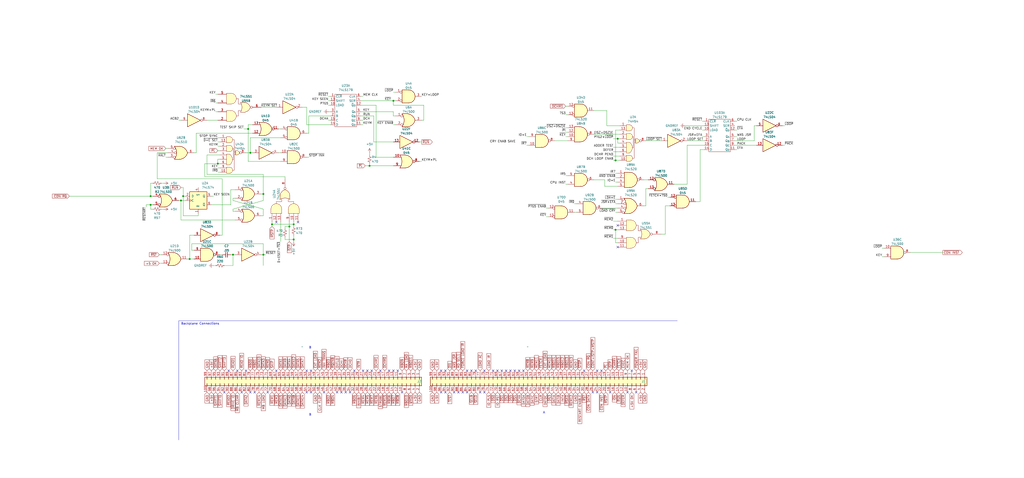
<source format=kicad_sch>
(kicad_sch (version 20230121) (generator eeschema)
  (paper "User" 599.999 280.01)
  (junction (at 230.505 59.055))
  (junction (at 172.085 140.335))
  (junction (at 154.305 113.665))
  (junction (at 146.685 89.535))
  (junction (at 361.95 81.28))
  (junction (at 154.305 149.225))
  (junction (at 360.68 134.62))
  (junction (at 360.68 93.98))
  (junction (at 136.525 149.225))
  (junction (at 88.265 114.935))
  (junction (at 159.385 131.445))
  (junction (at 88.265 120.015))
  (junction (at 169.545 132.715))
  (junction (at 216.535 97.155))
  (junction (at 172.085 131.445))
  (junction (at 111.125 151.765))
  (junction (at 127.635 95.885))
  (junction (at 145.415 75.565))
  (junction (at 107.315 114.935))
  (junction (at 106.045 117.475))
  (no_connect (at 361.95 132.08))
  (no_connect (at 361.95 144.78))
  (no_connect (at 174.625 130.175))
  (no_connect (at 161.925 130.175))
  (no_connect (at 260.985 217.17))
  (no_connect (at 370.205 217.17))
  (no_connect (at 304.165 217.17))
  (no_connect (at 299.085 217.17))
  (no_connect (at 144.145 217.17))
  (no_connect (at 352.425 217.17))
  (no_connect (at 301.625 217.17))
  (no_connect (at 131.445 229.87))
  (no_connect (at 197.485 229.87))
  (no_connect (at 273.685 217.17))
  (no_connect (at 179.705 229.87))
  (no_connect (at 367.665 229.87))
  (no_connect (at 268.605 229.87))
  (no_connect (at 207.645 217.17))
  (no_connect (at 217.805 217.17))
  (no_connect (at 276.225 217.17))
  (no_connect (at 139.065 217.17))
  (no_connect (at 271.145 229.87))
  (no_connect (at 294.005 217.17))
  (no_connect (at 273.685 229.87))
  (no_connect (at 349.885 217.17))
  (no_connect (at 258.445 229.87))
  (no_connect (at 349.885 229.87))
  (no_connect (at 156.845 229.87))
  (no_connect (at 146.685 229.87))
  (no_connect (at 291.465 217.17))
  (no_connect (at 182.245 217.17))
  (no_connect (at 283.845 217.17))
  (no_connect (at 227.965 217.17))
  (no_connect (at 278.765 217.17))
  (no_connect (at 233.045 217.17))
  (no_connect (at 347.345 229.87))
  (no_connect (at 283.845 229.87))
  (no_connect (at 182.245 229.87))
  (no_connect (at 222.885 217.17))
  (no_connect (at 205.105 229.87))
  (no_connect (at 161.925 217.17))
  (no_connect (at 296.545 217.17))
  (no_connect (at 202.565 229.87))
  (no_connect (at 288.925 217.17))
  (no_connect (at 342.265 217.17))
  (no_connect (at 266.065 229.87))
  (no_connect (at 281.305 229.87))
  (no_connect (at 212.725 217.17))
  (no_connect (at 149.225 229.87))
  (no_connect (at 230.505 217.17))
  (no_connect (at 189.865 229.87))
  (no_connect (at 372.745 229.87))
  (no_connect (at 200.025 229.87))
  (no_connect (at 357.505 229.87))
  (no_connect (at 235.585 229.87))
  (no_connect (at 260.985 229.87))
  (no_connect (at 179.705 217.17))
  (no_connect (at 306.705 217.17))
  (no_connect (at 258.445 217.17))
  (no_connect (at 141.605 229.87))
  (no_connect (at 215.265 217.17))
  (no_connect (at 133.985 217.17))
  (wire (pts (xy 211.455 59.055) (xy 230.505 59.055)))
  (wire (pts (xy 120.015 95.885) (xy 127.635 95.885)))
  (wire (pts (xy 172.085 130.175) (xy 172.085 131.445)))
  (wire (pts (xy 167.005 103.505) (xy 167.005 104.775)))
  (wire (pts (xy 136.525 122.555) (xy 154.305 117.475)))
  (wire (pts (xy 126.365 65.405) (xy 127.635 65.405)))
  (wire (pts (xy 120.015 103.505) (xy 167.005 103.505)))
  (wire (pts (xy 106.045 109.855) (xy 107.315 109.855)))
  (wire (pts (xy 219.075 83.185) (xy 230.505 83.185)))
  (wire (pts (xy 410.21 87.63) (xy 410.21 118.11)))
  (wire (pts (xy 230.505 59.055) (xy 230.505 61.595)))
  (wire (pts (xy 127.635 85.725) (xy 128.905 85.725)))
  (wire (pts (xy 379.73 105.41) (xy 377.19 105.41)))
  (wire (pts (xy 180.975 67.945) (xy 193.675 67.945)))
  (wire (pts (xy 211.455 61.595) (xy 220.345 61.595)))
  (wire (pts (xy 97.155 86.995) (xy 98.425 86.995)))
  (wire (pts (xy 411.48 76.2) (xy 412.75 76.2)))
  (wire (pts (xy 412.75 87.63) (xy 410.21 87.63)))
  (wire (pts (xy 361.95 83.82) (xy 363.22 83.82)))
  (wire (pts (xy 130.175 104.775) (xy 92.075 104.775)))
  (wire (pts (xy 230.505 53.975) (xy 231.775 53.975)))
  (wire (pts (xy 113.665 137.795) (xy 111.125 137.795)))
  (wire (pts (xy 361.95 81.28) (xy 361.95 83.82)))
  (wire (pts (xy 136.525 116.205) (xy 137.795 116.205)))
  (wire (pts (xy 142.875 75.565) (xy 145.415 75.565)))
  (wire (pts (xy 360.68 142.24) (xy 361.95 142.24)))
  (wire (pts (xy 154.305 113.665) (xy 154.305 117.475)))
  (wire (pts (xy 136.525 155.575) (xy 136.525 149.225)))
  (wire (pts (xy 85.725 121.285) (xy 85.725 120.015)))
  (wire (pts (xy 360.68 116.84) (xy 361.95 116.84)))
  (wire (pts (xy 111.125 137.795) (xy 111.125 151.765)))
  (wire (pts (xy 106.045 117.475) (xy 106.045 128.905)))
  (wire (pts (xy 331.47 77.47) (xy 332.74 77.47)))
  (wire (pts (xy 331.47 62.23) (xy 332.74 62.23)))
  (wire (pts (xy 431.8 71.12) (xy 430.53 71.12)))
  (wire (pts (xy 516.89 145.415) (xy 518.16 145.415)))
  (wire (pts (xy 363.22 78.74) (xy 347.98 78.74)))
  (wire (pts (xy 85.725 120.015) (xy 88.265 120.015)))
  (wire (pts (xy 136.525 117.475) (xy 136.525 116.205)))
  (wire (pts (xy 167.005 133.985) (xy 167.005 132.715)))
  (wire (pts (xy 441.96 82.55) (xy 441.96 73.66)))
  (wire (pts (xy 109.855 151.765) (xy 111.125 151.765)))
  (wire (pts (xy 107.315 109.855) (xy 107.315 114.935)))
  (wire (pts (xy 359.41 86.36) (xy 363.22 86.36)))
  (wire (pts (xy 211.455 65.405) (xy 230.505 65.405)))
  (wire (pts (xy 94.615 122.555) (xy 95.885 122.555)))
  (wire (pts (xy 363.22 76.2) (xy 360.68 76.2)))
  (wire (pts (xy 40.64 114.935) (xy 88.265 114.935)))
  (wire (pts (xy 104.775 117.475) (xy 106.045 117.475)))
  (wire (pts (xy 359.41 139.7) (xy 361.95 139.7)))
  (wire (pts (xy 92.075 89.535) (xy 98.425 89.535)))
  (wire (pts (xy 116.205 126.365) (xy 107.315 126.365)))
  (wire (pts (xy 93.345 154.305) (xy 94.615 154.305)))
  (wire (pts (xy 154.305 142.875) (xy 112.395 142.875)))
  (wire (pts (xy 412.75 85.09) (xy 402.59 85.09)))
  (wire (pts (xy 247.015 83.185) (xy 245.745 83.185)))
  (wire (pts (xy 359.41 129.54) (xy 361.95 129.54)))
  (wire (pts (xy 308.61 80.01) (xy 309.88 80.01)))
  (wire (pts (xy 127.635 95.885) (xy 128.905 95.885)))
  (wire (pts (xy 360.68 119.38) (xy 361.95 119.38)))
  (wire (pts (xy 161.925 62.865) (xy 153.035 62.865)))
  (wire (pts (xy 164.465 89.535) (xy 163.195 89.535)))
  (wire (pts (xy 402.59 85.09) (xy 402.59 107.95)))
  (wire (pts (xy 219.075 67.945) (xy 219.075 83.185)))
  (wire (pts (xy 159.385 131.445) (xy 159.385 130.175)))
  (wire (pts (xy 153.035 126.365) (xy 154.305 126.365)))
  (wire (pts (xy 169.545 141.605) (xy 169.545 132.715)))
  (wire (pts (xy 131.445 155.575) (xy 136.525 155.575)))
  (wire (pts (xy 336.55 119.38) (xy 337.82 119.38)))
  (wire (pts (xy 230.505 59.055) (xy 231.775 59.055)))
  (wire (pts (xy 212.725 70.485) (xy 211.455 70.485)))
  (wire (pts (xy 180.975 92.075) (xy 179.705 92.075)))
  (wire (pts (xy 108.585 117.475) (xy 106.045 117.475)))
  (wire (pts (xy 359.41 134.62) (xy 360.68 134.62)))
  (wire (pts (xy 192.405 61.595) (xy 193.675 61.595)))
  (wire (pts (xy 154.305 142.875) (xy 154.305 149.225)))
  (wire (pts (xy 248.285 70.485) (xy 247.015 70.485)))
  (wire (pts (xy 378.46 120.65) (xy 378.46 110.49)))
  (wire (pts (xy 179.705 73.025) (xy 179.705 62.865)))
  (wire (pts (xy 361.95 81.28) (xy 363.22 81.28)))
  (wire (pts (xy 169.545 132.715) (xy 169.545 130.175)))
  (wire (pts (xy 179.705 62.865) (xy 177.165 62.865)))
  (wire (pts (xy 401.32 73.66) (xy 412.75 73.66)))
  (wire (pts (xy 360.68 101.6) (xy 361.95 101.6)))
  (wire (pts (xy 377.19 120.65) (xy 378.46 120.65)))
  (wire (pts (xy 212.725 56.515) (xy 211.455 56.515)))
  (wire (pts (xy 172.085 140.335) (xy 172.085 137.795)))
  (wire (pts (xy 359.41 93.98) (xy 360.68 93.98)))
  (wire (pts (xy 89.535 114.935) (xy 88.265 114.935)))
  (wire (pts (xy 230.505 61.595) (xy 248.285 61.595)))
  (wire (pts (xy 121.285 70.485) (xy 127.635 70.485)))
  (wire (pts (xy 126.365 55.245) (xy 127.635 55.245)))
  (wire (pts (xy 128.905 149.225) (xy 130.175 149.225)))
  (wire (pts (xy 92.075 104.775) (xy 92.075 89.535)))
  (wire (pts (xy 128.905 93.345) (xy 127.635 93.345)))
  (wire (pts (xy 387.35 137.16) (xy 389.89 137.16)))
  (wire (pts (xy 331.47 80.01) (xy 332.74 80.01)))
  (wire (pts (xy 179.705 78.105) (xy 180.975 78.105)))
  (wire (pts (xy 154.305 122.555) (xy 154.305 126.365)))
  (wire (pts (xy 402.59 107.95) (xy 394.97 107.95)))
  (wire (pts (xy 331.47 67.31) (xy 332.74 67.31)))
  (wire (pts (xy 127.635 100.965) (xy 128.905 100.965)))
  (wire (pts (xy 94.615 107.315) (xy 95.885 107.315)))
  (wire (pts (xy 331.47 102.87) (xy 332.74 102.87)))
  (wire (pts (xy 154.305 122.555) (xy 136.525 117.475)))
  (wire (pts (xy 135.255 149.225) (xy 136.525 149.225)))
  (wire (pts (xy 146.685 89.535) (xy 147.955 89.535)))
  (wire (pts (xy 88.265 120.015) (xy 89.535 120.015)))
  (wire (pts (xy 431.8 87.63) (xy 430.53 87.63)))
  (wire (pts (xy 127.635 83.185) (xy 128.905 83.185)))
  (wire (pts (xy 248.285 61.595) (xy 248.285 70.485)))
  (wire (pts (xy 431.8 76.2) (xy 430.53 76.2)))
  (wire (pts (xy 126.365 60.325) (xy 127.635 60.325)))
  (wire (pts (xy 154.305 149.225) (xy 153.035 149.225)))
  (wire (pts (xy 107.315 114.935) (xy 108.585 114.935)))
  (wire (pts (xy 320.04 121.92) (xy 321.31 121.92)))
  (wire (pts (xy 88.265 107.315) (xy 89.535 107.315)))
  (wire (pts (xy 411.48 80.01) (xy 412.75 80.01)))
  (wire (pts (xy 172.085 131.445) (xy 159.385 131.445)))
  (wire (pts (xy 172.085 141.605) (xy 172.085 140.335)))
  (wire (pts (xy 430.53 85.09) (xy 443.23 85.09)))
  (wire (pts (xy 359.41 91.44) (xy 363.22 91.44)))
  (wire (pts (xy 120.015 95.885) (xy 120.015 103.505)))
  (wire (pts (xy 135.255 120.015) (xy 135.255 111.125)))
  (wire (pts (xy 441.96 73.66) (xy 443.23 73.66)))
  (wire (pts (xy 114.935 78.105) (xy 114.935 89.535)))
  (wire (pts (xy 123.825 120.015) (xy 135.255 120.015)))
  (wire (pts (xy 360.68 93.98) (xy 363.22 93.98)))
  (wire (pts (xy 354.33 105.41) (xy 354.33 109.22)))
  (wire (pts (xy 220.345 92.075) (xy 230.505 92.075)))
  (wire (pts (xy 230.505 65.405) (xy 230.505 67.945)))
  (wire (pts (xy 359.41 88.9) (xy 363.22 88.9)))
  (wire (pts (xy 88.265 114.935) (xy 88.265 107.315)))
  (wire (pts (xy 154.305 102.235) (xy 154.305 113.665)))
  (wire (pts (xy 360.68 76.2) (xy 360.68 93.98)))
  (wire (pts (xy 216.535 89.535) (xy 216.535 90.805)))
  (wire (pts (xy 193.675 73.025) (xy 179.705 73.025)))
  (wire (pts (xy 212.725 73.025) (xy 211.455 73.025)))
  (wire (pts (xy 106.045 128.905) (xy 137.795 128.905)))
  (wire (pts (xy 402.59 82.55) (xy 412.75 82.55)))
  (wire (pts (xy 430.53 82.55) (xy 441.96 82.55)))
  (wire (pts (xy 111.125 151.765) (xy 113.665 151.765)))
  (wire (pts (xy 121.285 102.235) (xy 154.305 102.235)))
  (wire (pts (xy 128.905 90.805) (xy 121.285 90.805)))
  (wire (pts (xy 104.775 70.485) (xy 106.045 70.485)))
  (wire (pts (xy 136.525 149.225) (xy 137.795 149.225)))
  (wire (pts (xy 431.8 80.01) (xy 430.53 80.01)))
  (wire (pts (xy 163.195 75.565) (xy 164.465 75.565)))
  (wire (pts (xy 331.47 74.93) (xy 332.74 74.93)))
  (wire (pts (xy 167.005 139.065) (xy 167.005 140.335)))
  (wire (pts (xy 154.305 113.665) (xy 153.035 113.665)))
  (wire (pts (xy 89.535 122.555) (xy 88.265 122.555)))
  (wire (pts (xy 145.415 73.025) (xy 147.955 73.025)))
  (polyline (pts (xy 104.775 257.81) (xy 104.775 187.96)))
  (wire (pts (xy 192.405 56.515) (xy 193.675 56.515)))
  (wire (pts (xy 116.205 125.095) (xy 116.205 126.365)))
  (wire (pts (xy 332.74 82.55) (xy 325.12 82.55)))
  (wire (pts (xy 137.795 123.825) (xy 136.525 123.825)))
  (wire (pts (xy 127.635 80.645) (xy 128.905 80.645)))
  (wire (pts (xy 459.74 85.09) (xy 458.47 85.09)))
  (wire (pts (xy 552.45 147.955) (xy 533.4 147.955)))
  (wire (pts (xy 97.155 92.075) (xy 98.425 92.075)))
  (wire (pts (xy 144.145 89.535) (xy 146.685 89.535)))
  (wire (pts (xy 320.04 127) (xy 321.31 127)))
  (wire (pts (xy 128.905 137.795) (xy 130.175 137.795)))
  (wire (pts (xy 359.41 81.28) (xy 361.95 81.28)))
  (wire (pts (xy 93.345 149.225) (xy 94.615 149.225)))
  (polyline (pts (xy 104.775 187.96) (xy 396.875 187.96)))
  (wire (pts (xy 410.21 118.11) (xy 407.67 118.11)))
  (wire (pts (xy 112.395 146.685) (xy 113.665 146.685)))
  (wire (pts (xy 360.68 104.14) (xy 361.95 104.14)))
  (wire (pts (xy 130.175 104.775) (xy 130.175 137.795)))
  (wire (pts (xy 127.635 98.425) (xy 128.905 98.425)))
  (wire (pts (xy 147.955 78.105) (xy 114.935 78.105)))
  (wire (pts (xy 516.89 150.495) (xy 518.16 150.495)))
  (wire (pts (xy 355.6 73.66) (xy 363.22 73.66)))
  (wire (pts (xy 360.68 106.68) (xy 361.95 106.68)))
  (wire (pts (xy 112.395 142.875) (xy 112.395 146.685)))
  (wire (pts (xy 411.48 71.12) (xy 412.75 71.12)))
  (wire (pts (xy 167.005 132.715) (xy 169.545 132.715)))
  (wire (pts (xy 121.285 90.805) (xy 121.285 102.235)))
  (wire (pts (xy 125.095 155.575) (xy 126.365 155.575)))
  (wire (pts (xy 378.46 110.49) (xy 379.73 110.49)))
  (wire (pts (xy 180.975 78.105) (xy 180.975 67.945)))
  (wire (pts (xy 459.74 73.66) (xy 458.47 73.66)))
  (wire (pts (xy 389.89 137.16) (xy 389.89 120.65)))
  (wire (pts (xy 146.685 80.645) (xy 146.685 89.535)))
  (wire (pts (xy 127.635 93.345) (xy 127.635 95.885)))
  (wire (pts (xy 88.265 122.555) (xy 88.265 120.015)))
  (wire (pts (xy 220.345 61.595) (xy 220.345 92.075)))
  (wire (pts (xy 192.405 65.405) (xy 193.675 65.405)))
  (wire (pts (xy 154.305 149.225) (xy 154.305 155.575)))
  (wire (pts (xy 159.385 132.715) (xy 159.385 131.445)))
  (wire (pts (xy 192.405 59.055) (xy 193.675 59.055)))
  (wire (pts (xy 355.6 64.77) (xy 347.98 64.77)))
  (wire (pts (xy 231.775 67.945) (xy 230.505 67.945)))
  (wire (pts (xy 230.505 73.025) (xy 231.775 73.025)))
  (wire (pts (xy 389.89 120.65) (xy 392.43 120.65)))
  (wire (pts (xy 167.005 140.335) (xy 172.085 140.335)))
  (wire (pts (xy 114.935 89.535) (xy 113.665 89.535)))
  (wire (pts (xy 355.6 73.66) (xy 355.6 64.77)))
  (wire (pts (xy 135.255 111.125) (xy 137.795 111.125)))
  (wire (pts (xy 172.085 132.715) (xy 172.085 131.445)))
  (wire (pts (xy 216.535 97.155) (xy 230.505 97.155)))
  (wire (pts (xy 145.415 94.615) (xy 164.465 94.615)))
  (wire (pts (xy 360.68 134.62) (xy 360.68 142.24)))
  (wire (pts (xy 107.315 126.365) (xy 107.315 114.935)))
  (wire (pts (xy 145.415 75.565) (xy 145.415 94.615)))
  (wire (pts (xy 192.405 70.485) (xy 193.675 70.485)))
  (wire (pts (xy 360.68 124.46) (xy 361.95 124.46)))
  (wire (pts (xy 125.095 114.935) (xy 123.825 114.935)))
  (wire (pts (xy 361.95 134.62) (xy 360.68 134.62)))
  (wire (pts (xy 391.16 115.57) (xy 392.43 115.57)))
  (wire (pts (xy 354.33 109.22) (xy 361.95 109.22)))
  (wire (pts (xy 211.455 67.945) (xy 219.075 67.945)))
  (wire (pts (xy 164.465 80.645) (xy 146.685 80.645)))
  (wire (pts (xy 164.465 141.605) (xy 164.465 130.175)))
  (wire (pts (xy 347.98 105.41) (xy 354.33 105.41)))
  (wire (pts (xy 387.35 82.55) (xy 378.46 82.55)))
  (wire (pts (xy 216.535 95.885) (xy 216.535 97.155)))
  (wire (pts (xy 127.635 88.265) (xy 128.905 88.265)))
  (wire (pts (xy 331.47 107.95) (xy 332.74 107.95)))
  (wire (pts (xy 213.995 97.155) (xy 216.535 97.155)))
  (wire (pts (xy 308.61 85.09) (xy 309.88 85.09)))
  (wire (pts (xy 145.415 75.565) (xy 145.415 73.025)))
  (wire (pts (xy 136.525 123.825) (xy 136.525 122.555)))
  (wire (pts (xy 155.575 149.225) (xy 154.305 149.225)))
  (wire (pts (xy 247.015 94.615) (xy 245.745 94.615)))
  (wire (pts (xy 353.06 121.92) (xy 361.95 121.92)))
  (wire (pts (xy 336.55 124.46) (xy 337.82 124.46)))
  (text "Backplane Connections" (at 106.045 190.5 0) (effects (font (size 1.27 1.27)) (justify left bottom)))
  (text "B" (at 180.975 243.84 0) (effects (font (size 1.27 1.27)) (justify left bottom)))
  (text "A\n" (at 319.405 242.57 0) (effects (font (size 1.27 1.27)) (justify right bottom)))
  (text "B" (at 180.975 204.47 0) (effects (font (size 1.27 1.27)) (justify left bottom)))
  (label "STOP SYNC" (at 127.635 80.645 180))
  (label "EFA" (at 431.8 87.63 0))
  (label "MEM CLK" (at 212.725 56.515 0))
  (label "~{PTG5 ENAB}" (at 320.04 121.92 180))
  (label "~{PACK}" (at 459.74 85.09 0))
  (label "KEY SEEN" (at 192.405 59.055 180))
  (label "IR7" (at 360.68 101.6 180))
  (label "~{(ISZ+DSZ)E}" (at 331.47 74.93 180))
  (label "~{FETCH•TS0}" (at 391.16 115.57 180))
  (label "KEYM" (at 127.635 85.725 180))
  (label "DCH LOOP ENAB" (at 359.41 93.98 180))
  (label "KEY" (at 516.89 150.495 180))
  (label "~{KEY}" (at 225.425 59.055 0))
  (label "ADDER TEST" (at 359.41 86.36 180))
  (label "TEST SKIP SET" (at 142.875 75.565 180))
  (label "~{KEY ENAB}" (at 230.505 73.025 180))
  (label "~{RESET}" (at 155.575 149.225 0))
  (label "KEY•LOOP" (at 247.015 56.515 0))
  (label "~{LOOP}" (at 230.505 53.975 180))
  (label "CPU INST" (at 331.47 107.95 180))
  (label "LOOP SET" (at 402.59 82.55 0))
  (label "END CYCLE" (at 411.48 76.2 180))
  (label "PACK" (at 431.8 85.09 0))
  (label "PTG5" (at 192.405 61.595 180))
  (label "CPU CLK" (at 431.8 71.12 0))
  (label "~{STOP INH}" (at 180.975 92.075 0))
  (label "CRY ENAB SAVE" (at 287.02 83.82 0))
  (label "ACB2" (at 104.775 70.485 180))
  (label "~{MEM0}" (at 359.41 134.62 180))
  (label "IR5" (at 331.47 102.87 180))
  (label "~{JSR•EFA}" (at 360.68 119.38 180))
  (label "DEFER" (at 359.41 88.9 180))
  (label "~{KEY}" (at 331.47 80.01 180))
  (label "DCHR PEND" (at 359.41 91.44 180))
  (label "KEYM•PL" (at 126.365 65.405 180))
  (label "KEY SEEN" (at 125.095 114.935 0))
  (label "~{IR6}" (at 126.365 60.325 180))
  (label "~{KEYM SET}" (at 153.035 62.865 0))
  (label "~{D+E SET}" (at 127.635 83.185 180))
  (label "D+ESET+~{TS3}" (at 164.465 141.605 270))
  (label "PTG2•~{LOOP}" (at 359.41 81.28 180))
  (label "~{LOOP}" (at 516.89 145.415 180))
  (label "~{IR0}" (at 336.55 119.38 180))
  (label "~{LOOP}" (at 459.74 73.66 0))
  (label "~{IR0}" (at 127.635 100.965 180))
  (label "KEYM" (at 212.725 73.025 0))
  (label "~{RESET}" (at 192.405 56.515 180))
  (label "TS3" (at 331.47 67.31 180))
  (label "DCH" (at 212.725 70.485 0))
  (label "~{RESET}" (at 411.48 71.12 180))
  (label "~{AND ENAB}" (at 360.68 104.14 180))
  (label "~{HALT}" (at 97.155 92.075 180))
  (label "LOOP" (at 431.8 82.55 0))
  (label "~{IR7}" (at 308.61 85.09 180))
  (label "~{EFA}" (at 431.8 76.2 0))
  (label "IO•E" (at 308.61 80.01 180))
  (label "IO•E" (at 360.68 106.68 180))
  (label "KEYM•PL" (at 247.015 94.615 0))
  (label "RUN" (at 212.725 67.945 0))
  (label "JSR•EFA" (at 411.48 80.01 180))
  (label "KEY" (at 212.725 65.405 0))
  (label "~{LOAD CRY}" (at 360.68 124.46 180))
  (label "~{LDA•E}" (at 360.68 116.84 180))
  (label "~{PI}" (at 331.47 77.47 180))
  (label "~{RESTART}" (at 85.725 121.285 270))
  (label "KEY" (at 127.635 98.425 180))
  (label "(ISZ+DSZ)E" (at 347.98 78.74 0))
  (label "DCHA" (at 192.405 70.485 180))
  (label "~{MEM2}" (at 359.41 129.54 180))
  (label "~{MEM1}" (at 359.41 139.7 180))
  (label "KEY" (at 126.365 55.245 180))
  (label "WAS JSR" (at 431.8 80.01 0))
  (label "~{KEY}" (at 320.04 127 180))
  (label "~{LOOP SET}" (at 378.46 82.55 0))
  (global_label "~{MEM10}" (shape input) (at 321.945 217.17 90) (property "Intersheetrefs" "${INTERSHEET_REFS}" (effects hide)))
  (global_label "~{DRIVE IO}" (shape input) (at 136.525 229.87 270) (property "Intersheetrefs" "${INTERSHEET_REFS}" (effects hide)))
  (global_label "~{MEM4}" (shape input) (at 212.725 229.87 270) (property "Intersheetrefs" "${INTERSHEET_REFS}" (effects hide)))
  (global_label "~{RST}" (shape input) (at 93.345 149.225 180) (property "Intersheetrefs" "${INTERSHEET_REFS}" (effects hide)))
  (global_label "~{MBO12}" (shape input) (at 329.565 217.17 90) (property "Intersheetrefs" "${INTERSHEET_REFS}" (effects hide)))
  (global_label "~{DATA13}" (shape input) (at 167.005 229.87 270) (property "Intersheetrefs" "${INTERSHEET_REFS}" (effects hide)))
  (global_label "~{MBO14}" (shape input) (at 324.485 217.17 90) (property "Intersheetrefs" "${INTERSHEET_REFS}" (effects hide)))
  (global_label "~{INTR}" (shape input) (at 210.185 217.17 90) (property "Intersheetrefs" "${INTERSHEET_REFS}" (effects hide)))
  (global_label "DATIA" (shape input) (at 324.485 229.87 270) (property "Intersheetrefs" "${INTERSHEET_REFS}" (effects hide)))
  (global_label "IO PLS" (shape input) (at 286.385 229.87 270) (property "Intersheetrefs" "${INTERSHEET_REFS}" (effects hide)))
  (global_label "~{MBO6}" (shape input) (at 227.965 229.87 270) (property "Intersheetrefs" "${INTERSHEET_REFS}" (effects hide)))
  (global_label "~{MBO9}" (shape input) (at 235.585 217.17 90) (property "Intersheetrefs" "${INTERSHEET_REFS}" (effects hide)))
  (global_label "~{ISTP}" (shape input) (at 169.545 141.605 270) (property "Intersheetrefs" "${INTERSHEET_REFS}" (effects hide)))
  (global_label "MEM OK" (shape input) (at 367.665 217.17 90) (property "Intersheetrefs" "${INTERSHEET_REFS}" (effects hide)))
  (global_label "~{SHIFT2}" (shape input) (at 128.905 217.17 90) (property "Intersheetrefs" "${INTERSHEET_REFS}" (effects hide)))
  (global_label "MB LOAD" (shape input) (at 154.305 229.87 270) (property "Intersheetrefs" "${INTERSHEET_REFS}" (effects hide)))
  (global_label "~{MBO1}" (shape input) (at 149.225 217.17 90) (property "Intersheetrefs" "${INTERSHEET_REFS}" (effects hide)))
  (global_label "GND" (shape input) (at 245.745 229.87 270) (property "Intersheetrefs" "${INTERSHEET_REFS}" (effects hide)))
  (global_label "~{MBO5}" (shape input) (at 207.645 229.87 270) (property "Intersheetrefs" "${INTERSHEET_REFS}" (effects hide)))
  (global_label "~{INH TRANS}" (shape input) (at 189.865 217.17 90) (property "Intersheetrefs" "${INTERSHEET_REFS}" (effects hide)))
  (global_label "~{DS1}" (shape input) (at 294.005 229.87 270) (property "Intersheetrefs" "${INTERSHEET_REFS}" (effects hide)))
  (global_label "+5V" (shape input) (at 123.825 229.87 270) (property "Intersheetrefs" "${INTERSHEET_REFS}" (effects hide)))
  (global_label "~{DATA9}" (shape input) (at 167.005 217.17 90) (property "Intersheetrefs" "${INTERSHEET_REFS}" (effects hide)))
  (global_label "~{MBO13}" (shape input) (at 332.105 217.17 90) (property "Intersheetrefs" "${INTERSHEET_REFS}" (effects hide)))
  (global_label "~{TEST}" (shape input) (at 263.525 229.87 270) (property "Intersheetrefs" "${INTERSHEET_REFS}" (effects hide)))
  (global_label "~{MBO2}" (shape input) (at 192.405 229.87 270) (property "Intersheetrefs" "${INTERSHEET_REFS}" (effects hide)))
  (global_label "~{MSTP}" (shape input) (at 354.965 229.87 270) (property "Intersheetrefs" "${INTERSHEET_REFS}" (effects hide)))
  (global_label "~{READ2}" (shape input) (at 133.985 229.87 270) (property "Intersheetrefs" "${INTERSHEET_REFS}" (effects hide)))
  (global_label "~{MEM5}" (shape input) (at 215.265 229.87 270) (property "Intersheetrefs" "${INTERSHEET_REFS}" (effects hide)))
  (global_label "~{MA LOAD}" (shape input) (at 238.125 217.17 90) (property "Intersheetrefs" "${INTERSHEET_REFS}" (effects hide)))
  (global_label "MEM OK" (shape input) (at 97.155 86.995 180) (property "Intersheetrefs" "${INTERSHEET_REFS}" (effects hide)))
  (global_label "~{MEM14}" (shape input) (at 151.765 229.87 270) (property "Intersheetrefs" "${INTERSHEET_REFS}" (effects hide)))
  (global_label "RESTART ENABLE" (shape input) (at 339.725 229.87 270) (property "Intersheetrefs" "${INTERSHEET_REFS}" (effects hide)))
  (global_label "INTA" (shape input) (at 329.565 229.87 270) (property "Intersheetrefs" "${INTERSHEET_REFS}" (effects hide)))
  (global_label "~{SHIFT1}" (shape input) (at 126.365 229.87 270) (property "Intersheetrefs" "${INTERSHEET_REFS}" (effects hide)))
  (global_label "~{STOP}" (shape input) (at 339.725 217.17 90) (property "Intersheetrefs" "${INTERSHEET_REFS}" (effects hide)))
  (global_label "~{DATA11}" (shape input) (at 174.625 229.87 270) (property "Intersheetrefs" "${INTERSHEET_REFS}" (effects hide)))
  (global_label "~{RUN}" (shape output) (at 247.015 83.185 0) (property "Intersheetrefs" "${INTERSHEET_REFS}" (effects hide)))
  (global_label "+5V" (shape input) (at 375.285 229.87 270) (property "Intersheetrefs" "${INTERSHEET_REFS}" (effects hide)))
  (global_label "~{MBO8}" (shape input) (at 233.045 229.87 270) (property "Intersheetrefs" "${INTERSHEET_REFS}" (effects hide)))
  (global_label "~{MBO0}" (shape input) (at 146.685 217.17 90) (property "Intersheetrefs" "${INTERSHEET_REFS}" (effects hide)))
  (global_label "~{LOAD AC}" (shape input) (at 281.305 217.17 90) (property "Intersheetrefs" "${INTERSHEET_REFS}" (effects hide)))
  (global_label "~{CARRY}" (shape input) (at 360.045 217.17 90) (property "Intersheetrefs" "${INTERSHEET_REFS}" (effects hide)))
  (global_label "~{DEFER}" (shape input) (at 365.125 229.87 270) (property "Intersheetrefs" "${INTERSHEET_REFS}" (effects hide)))
  (global_label "GND" (shape input) (at 377.825 217.17 90) (property "Intersheetrefs" "${INTERSHEET_REFS}" (effects hide)))
  (global_label "~{CON INST}" (shape input) (at 352.425 229.87 270) (property "Intersheetrefs" "${INTERSHEET_REFS}" (effects hide)))
  (global_label "~{RUN}" (shape input) (at 106.045 109.855 180) (property "Intersheetrefs" "${INTERSHEET_REFS}" (effects hide)))
  (global_label "~{ISTP}" (shape input) (at 357.505 217.17 90) (property "Intersheetrefs" "${INTERSHEET_REFS}" (effects hide)))
  (global_label "~{DS3}" (shape input) (at 321.945 229.87 270) (property "Intersheetrefs" "${INTERSHEET_REFS}" (effects hide)))
  (global_label "~{MEM12}" (shape input) (at 334.645 229.87 270) (property "Intersheetrefs" "${INTERSHEET_REFS}" (effects hide)))
  (global_label "~{EXT LOAD}" (shape input) (at 319.405 217.17 90) (property "Intersheetrefs" "${INTERSHEET_REFS}" (effects hide)))
  (global_label "~{DATA5}" (shape input) (at 174.625 217.17 90) (property "Intersheetrefs" "${INTERSHEET_REFS}" (effects hide)))
  (global_label "LOAD IR" (shape input) (at 286.385 217.17 90) (property "Intersheetrefs" "${INTERSHEET_REFS}" (effects hide)))
  (global_label "~{DATA8}" (shape input) (at 172.085 229.87 270) (property "Intersheetrefs" "${INTERSHEET_REFS}" (effects hide)))
  (global_label "DATIC" (shape input) (at 311.785 229.87 270) (property "Intersheetrefs" "${INTERSHEET_REFS}" (effects hide)))
  (global_label "~{DATA14}" (shape input) (at 177.165 229.87 270) (property "Intersheetrefs" "${INTERSHEET_REFS}" (effects hide)))
  (global_label "~{MEM7}" (shape input) (at 217.805 229.87 270) (property "Intersheetrefs" "${INTERSHEET_REFS}" (effects hide)))
  (global_label "~{CON DATA}" (shape input) (at 344.805 229.87 270) (property "Intersheetrefs" "${INTERSHEET_REFS}" (effects hide)))
  (global_label "GND" (shape input) (at 337.185 217.17 90) (property "Intersheetrefs" "${INTERSHEET_REFS}" (effects hide)))
  (global_label "DATIB" (shape input) (at 327.025 229.87 270) (property "Intersheetrefs" "${INTERSHEET_REFS}" (effects hide)))
  (global_label "~{DCHM1}" (shape input) (at 220.345 217.17 90) (property "Intersheetrefs" "${INTERSHEET_REFS}" (effects hide)))
  (global_label "OVFLO" (shape input) (at 197.485 217.17 90) (property "Intersheetrefs" "${INTERSHEET_REFS}" (effects hide)))
  (global_label "STROBE" (shape input) (at 222.885 229.87 270) (property "Intersheetrefs" "${INTERSHEET_REFS}" (effects hide)))
  (global_label "~{SHIFT3}" (shape input) (at 131.445 217.17 90) (property "Intersheetrefs" "${INTERSHEET_REFS}" (effects hide)))
  (global_label "~{MEM11}" (shape input) (at 314.325 217.17 90) (property "Intersheetrefs" "${INTERSHEET_REFS}" (effects hide)))
  (global_label "~{RQENB}" (shape input) (at 194.945 217.17 90) (property "Intersheetrefs" "${INTERSHEET_REFS}" (effects hide)))
  (global_label "~{MEM8}" (shape input) (at 309.245 217.17 90) (property "Intersheetrefs" "${INTERSHEET_REFS}" (effects hide)))
  (global_label "~{FETCH}" (shape input) (at 362.585 217.17 90) (property "Intersheetrefs" "${INTERSHEET_REFS}" (effects hide)))
  (global_label "~{DATA2}" (shape input) (at 144.145 229.87 270) (property "Intersheetrefs" "${INTERSHEET_REFS}" (effects hide)))
  (global_label "~{MEM3}" (shape input) (at 161.925 229.87 270) (property "Intersheetrefs" "${INTERSHEET_REFS}" (effects hide)))
  (global_label "~{DS4}" (shape input) (at 301.625 229.87 270) (property "Intersheetrefs" "${INTERSHEET_REFS}" (effects hide)))
  (global_label "~{EXEC}" (shape input) (at 365.125 217.17 90) (property "Intersheetrefs" "${INTERSHEET_REFS}" (effects hide)))
  (global_label "~{MBO11}" (shape input) (at 240.665 217.17 90) (property "Intersheetrefs" "${INTERSHEET_REFS}" (effects hide)))
  (global_label "~{MBO3}" (shape input) (at 192.405 217.17 90) (property "Intersheetrefs" "${INTERSHEET_REFS}" (effects hide)))
  (global_label "GND" (shape input) (at 253.365 217.17 90) (property "Intersheetrefs" "${INTERSHEET_REFS}" (effects hide)))
  (global_label "GND" (shape input) (at 337.185 229.87 270) (property "Intersheetrefs" "${INTERSHEET_REFS}" (effects hide)))
  (global_label "~{DCHR}" (shape input) (at 202.565 217.17 90) (property "Intersheetrefs" "${INTERSHEET_REFS}" (effects hide)))
  (global_label "~{DATA12}" (shape input) (at 172.085 217.17 90) (property "Intersheetrefs" "${INTERSHEET_REFS}" (effects hide)))
  (global_label "~{WAS JSR}" (shape input) (at 266.065 217.17 90) (property "Intersheetrefs" "${INTERSHEET_REFS}" (effects hide)))
  (global_label "~{DCHM1}" (shape input) (at 331.47 62.23 180) (property "Intersheetrefs" "${INTERSHEET_REFS}" (effects hide)))
  (global_label "~{CON INST}" (shape output) (at 552.45 147.955 0) (property "Intersheetrefs" "${INTERSHEET_REFS}" (effects hide)))
  (global_label "DATOC" (shape input) (at 319.405 229.87 270) (property "Intersheetrefs" "${INTERSHEET_REFS}" (effects hide)))
  (global_label "~{MEM6}" (shape input) (at 220.345 229.87 270) (property "Intersheetrefs" "${INTERSHEET_REFS}" (effects hide)))
  (global_label "~{CON RQ}" (shape input) (at 344.805 217.17 90) (property "Intersheetrefs" "${INTERSHEET_REFS}" (effects hide)))
  (global_label "~{DATA10}" (shape input) (at 151.765 217.17 90) (property "Intersheetrefs" "${INTERSHEET_REFS}" (effects hide)))
  (global_label "+5V" (shape input) (at 123.825 217.17 90) (property "Intersheetrefs" "${INTERSHEET_REFS}" (effects hide)))
  (global_label "~{SHIFT0}" (shape input) (at 128.905 229.87 270) (property "Intersheetrefs" "${INTERSHEET_REFS}" (effects hide)))
  (global_label "GND" (shape input) (at 245.745 217.17 90) (property "Intersheetrefs" "${INTERSHEET_REFS}" (effects hide)))
  (global_label "INHIBIT" (shape input) (at 210.185 229.87 270) (property "Intersheetrefs" "${INTERSHEET_REFS}" (effects hide)))
  (global_label "~{MEM0}" (shape input) (at 156.845 217.17 90) (property "Intersheetrefs" "${INTERSHEET_REFS}" (effects hide)))
  (global_label "~{FETCH}" (shape input) (at 316.865 217.17 90) (property "Intersheetrefs" "${INTERSHEET_REFS}" (effects hide)))
  (global_label "~{MBO4}" (shape input) (at 194.945 229.87 270) (property "Intersheetrefs" "${INTERSHEET_REFS}" (effects hide)))
  (global_label "~{SELD}" (shape input) (at 278.765 229.87 270) (property "Intersheetrefs" "${INTERSHEET_REFS}" (effects hide)))
  (global_label "~{MEM9}" (shape input) (at 311.785 217.17 90) (property "Intersheetrefs" "${INTERSHEET_REFS}" (effects hide)))
  (global_label "~{MBO7}" (shape input) (at 230.505 229.87 270) (property "Intersheetrefs" "${INTERSHEET_REFS}" (effects hide)))
  (global_label "~{MEM1}" (shape input) (at 159.385 229.87 270) (property "Intersheetrefs" "${INTERSHEET_REFS}" (effects hide)))
  (global_label "~{MB CLEAR}" (shape input) (at 139.065 229.87 270) (property "Intersheetrefs" "${INTERSHEET_REFS}" (effects hide)))
  (global_label "CLK FLOP" (shape input) (at 187.325 229.87 270) (property "Intersheetrefs" "${INTERSHEET_REFS}" (effects hide)))
  (global_label "GND" (shape input) (at 253.365 229.87 270) (property "Intersheetrefs" "${INTERSHEET_REFS}" (effects hide)))
  (global_label "~{DATA1}" (shape input) (at 164.465 217.17 90) (property "Intersheetrefs" "${INTERSHEET_REFS}" (effects hide)))
  (global_label "~{MD SEL1}" (shape input) (at 268.605 217.17 90) (property "Intersheetrefs" "${INTERSHEET_REFS}" (effects hide)))
  (global_label "+5V" (shape input) (at 375.285 217.17 90) (property "Intersheetrefs" "${INTERSHEET_REFS}" (effects hide)))
  (global_label "~{MEM15}" (shape input) (at 225.425 229.87 270) (property "Intersheetrefs" "${INTERSHEET_REFS}" (effects hide)))
  (global_label "+5V" (shape input) (at 243.205 229.87 270) (property "Intersheetrefs" "${INTERSHEET_REFS}" (effects hide)))
  (global_label "DATOA" (shape input) (at 306.705 229.87 270) (property "Intersheetrefs" "${INTERSHEET_REFS}" (effects hide)))
  (global_label "~{DATA6}" (shape input) (at 126.365 217.17 90) (property "Intersheetrefs" "${INTERSHEET_REFS}" (effects hide)))
  (global_label "~{DS0}" (shape input) (at 288.925 229.87 270) (property "Intersheetrefs" "${INTERSHEET_REFS}" (effects hide)))
  (global_label "~{CONT+ISTP+MSTP}" (shape input) (at 347.345 217.17 90) (property "Intersheetrefs" "${INTERSHEET_REFS}" (effects hide)))
  (global_label "~{DATA3}" (shape input) (at 154.305 217.17 90) (property "Intersheetrefs" "${INTERSHEET_REFS}" (effects hide)))
  (global_label "~{PL}" (shape input) (at 213.995 97.155 180) (property "Intersheetrefs" "${INTERSHEET_REFS}" (effects hide)))
  (global_label "~{RUN}" (shape input) (at 362.585 229.87 270) (property "Intersheetrefs" "${INTERSHEET_REFS}" (effects hide)))
  (global_label "GND" (shape input) (at 377.825 229.87 270) (property "Intersheetrefs" "${INTERSHEET_REFS}" (effects hide)))
  (global_label "~{POWER FAIL}" (shape input) (at 372.745 217.17 90) (property "Intersheetrefs" "${INTERSHEET_REFS}" (effects hide)))
  (global_label "~{RST}" (shape input) (at 342.265 229.87 270) (property "Intersheetrefs" "${INTERSHEET_REFS}" (effects hide)))
  (global_label "+5 OK" (shape input) (at 93.345 154.305 180) (property "Intersheetrefs" "${INTERSHEET_REFS}" (effects hide)))
  (global_label "+5V" (shape input) (at 255.905 217.17 90) (property "Intersheetrefs" "${INTERSHEET_REFS}" (effects hide)))
  (global_label "+5V" (shape input) (at 243.205 217.17 90) (property "Intersheetrefs" "${INTERSHEET_REFS}" (effects hide)))
  (global_label "~{DATA0}" (shape input) (at 169.545 229.87 270) (property "Intersheetrefs" "${INTERSHEET_REFS}" (effects hide)))
  (global_label "~{SELB}" (shape input) (at 276.225 229.87 270) (property "Intersheetrefs" "${INTERSHEET_REFS}" (effects hide)))
  (global_label "~{MEM13}" (shape input) (at 334.645 217.17 90) (property "Intersheetrefs" "${INTERSHEET_REFS}" (effects hide)))
  (global_label "~{EXT LOAD}" (shape input) (at 184.785 217.17 90) (property "Intersheetrefs" "${INTERSHEET_REFS}" (effects hide)))
  (global_label "CLR" (shape input) (at 316.865 229.87 270) (property "Intersheetrefs" "${INTERSHEET_REFS}" (effects hide)))
  (global_label "~{MSTP}" (shape input) (at 159.385 132.715 270) (property "Intersheetrefs" "${INTERSHEET_REFS}" (effects hide)))
  (global_label "IO RST" (shape input) (at 291.465 229.87 270) (property "Intersheetrefs" "${INTERSHEET_REFS}" (effects hide)))
  (global_label "~{MSKO}" (shape input) (at 332.105 229.87 270) (property "Intersheetrefs" "${INTERSHEET_REFS}" (effects hide)))
  (global_label "~{FORCE LOAD IR}" (shape input) (at 271.145 217.17 90) (property "Intersheetrefs" "${INTERSHEET_REFS}" (effects hide)))
  (global_label "STRT" (shape input) (at 314.325 229.87 270) (property "Intersheetrefs" "${INTERSHEET_REFS}" (effects hide)))
  (global_label "GND" (shape input) (at 184.785 229.87 270) (property "Intersheetrefs" "${INTERSHEET_REFS}" (effects hide)))
  (global_label "~{CON RQ}" (shape input) (at 40.64 114.935 180) (property "Intersheetrefs" "${INTERSHEET_REFS}" (effects hide)))
  (global_label "~{PL}" (shape input) (at 354.965 217.17 90) (property "Intersheetrefs" "${INTERSHEET_REFS}" (effects hide)))
  (global_label "DCHO" (shape input) (at 205.105 217.17 90) (property "Intersheetrefs" "${INTERSHEET_REFS}" (effects hide)))
  (global_label "~{MBO15}" (shape input) (at 327.025 217.17 90) (property "Intersheetrefs" "${INTERSHEET_REFS}" (effects hide)))
  (global_label "DCHI" (shape input) (at 200.025 217.17 90) (property "Intersheetrefs" "${INTERSHEET_REFS}" (effects hide)))
  (global_label "~{PL}" (shape input) (at 127.635 88.265 180) (property "Intersheetrefs" "${INTERSHEET_REFS}" (effects hide)))
  (global_label "~{MBO10}" (shape input) (at 238.125 229.87 270) (property "Intersheetrefs" "${INTERSHEET_REFS}" (effects hide)))
  (global_label "~{READ1}" (shape input) (at 136.525 217.17 90) (property "Intersheetrefs" "${INTERSHEET_REFS}" (effects hide)))
  (global_label "~{DS5}" (shape input) (at 299.085 229.87 270) (property "Intersheetrefs" "${INTERSHEET_REFS}" (effects hide)))
  (global_label "DATOB" (shape input) (at 309.245 229.87 270) (property "Intersheetrefs" "${INTERSHEET_REFS}" (effects hide)))
  (global_label "~{DATA15}" (shape input) (at 164.465 229.87 270) (property "Intersheetrefs" "${INTERSHEET_REFS}" (effects hide)))
  (global_label "~{MEM2}" (shape input) (at 187.325 217.17 90) (property "Intersheetrefs" "${INTERSHEET_REFS}" (effects hide)))
  (global_label "~{WHOA}" (shape input) (at 240.665 229.87 270) (property "Intersheetrefs" "${INTERSHEET_REFS}" (effects hide)))
  (global_label "~{SKIP}" (shape input) (at 159.385 217.17 90) (property "Intersheetrefs" "${INTERSHEET_REFS}" (effects hide)))
  (global_label "+5V" (shape input) (at 255.905 229.87 270) (property "Intersheetrefs" "${INTERSHEET_REFS}" (effects hide)))
  (global_label "~{DCHA}" (shape input) (at 304.165 229.87 270) (property "Intersheetrefs" "${INTERSHEET_REFS}" (effects hide)))
  (global_label "GND" (shape input) (at 121.285 217.17 90) (property "Intersheetrefs" "${INTERSHEET_REFS}" (effects hide)))
  (global_label "~{DCHM0}" (shape input) (at 225.425 217.17 90) (property "Intersheetrefs" "${INTERSHEET_REFS}" (effects hide)))
  (global_label "~{DATA7}" (shape input) (at 177.165 217.17 90) (property "Intersheetrefs" "${INTERSHEET_REFS}" (effects hide)))
  (global_label "~{ION}" (shape input) (at 360.045 229.87 270) (property "Intersheetrefs" "${INTERSHEET_REFS}" (effects hide)))
  (global_label "~{DS2}" (shape input) (at 296.545 229.87 270) (property "Intersheetrefs" "${INTERSHEET_REFS}" (effects hide)))
  (global_label "GND" (shape input) (at 121.285 229.87 270) (property "Intersheetrefs" "${INTERSHEET_REFS}" (effects hide)))
  (global_label "~{DATA4}" (shape input) (at 169.545 217.17 90) (property "Intersheetrefs" "${INTERSHEET_REFS}" (effects hide)))
  (global_label "+5V OK" (shape input) (at 370.205 229.87 270) (property "Intersheetrefs" "${INTERSHEET_REFS}" (effects hide)))
  (global_label "~{READ IO}" (shape input) (at 141.605 217.17 90) (property "Intersheetrefs" "${INTERSHEET_REFS}" (effects hide)))
  (global_label "~{DIV}" (shape input) (at 263.525 217.17 90) (property "Intersheetrefs" "${INTERSHEET_REFS}" (effects hide)))
  (symbol (lib_id "74xx:74LS00") (at 387.35 107.95 0) (unit 4) (convert 2)
    (property "Reference" "U87" (at 387.35 100.33 0))
    (property "Value" "74LS00" (at 387.35 102.87 0))
    (property "Datasheet" "http://www.ti.com/lit/gpn/sn74ls00" (effects hide))
  )
  (symbol (lib_id "Data General:045") (at 328.93 124.46 0) (unit 4) (convert 2)
    (property "Reference" "U70" (at 328.93 115.57 0))
    (property "Value" "045" (at 328.93 118.11 0))
    (property "Datasheet" "http://www.bitsavers.org/pdf/dg/015-000028-03_DG_Components_Guide_Oct75.pdf" (effects hide))
  )
  (symbol (lib_id "Data General:045") (at 400.05 118.11 0) (unit 4) (convert 2)
    (property "Reference" "U85" (at 400.05 110.49 0))
    (property "Value" "045" (at 400.05 113.03 0))
    (property "Datasheet" "http://www.bitsavers.org/pdf/dg/015-000028-03_DG_Components_Guide_Oct75.pdf" (effects hide))
  )
  (symbol (lib_id "power:+5V") (at 95.885 107.315 270) (unit 1)
    (property "Reference" "#PWR0137" (effects hide))
    (property "Value" "+5V" (at 99.695 107.3149 90) (effects (justify left)))
  )
  (symbol (lib_id "74xx:74LS00") (at 239.395 70.485 0) (unit 1) (convert 2)
    (property "Reference" "U6" (at 239.395 62.865 0))
    (property "Value" "74LS00" (at 239.395 65.405 0))
    (property "Datasheet" "http://www.ti.com/lit/gpn/sn74ls00" (effects hide))
  )
  (symbol (lib_id "power:GNDREF") (at 401.32 73.66 270) (unit 1)
    (property "Reference" "#PWR0154" (effects hide))
    (property "Value" "GNDREF" (at 397.51 73.6599 90) (effects (justify right)))
  )
  (symbol (lib_id "74xx:74LS20") (at 369.57 105.41 0) (unit 1)
    (property "Reference" "U89" (at 369.57 96.52 0))
    (property "Value" "74LS20" (at 369.57 99.06 0))
    (property "Datasheet" "http://www.ti.com/lit/gpn/sn74LS20" (effects hide))
  )
  (symbol (lib_id "74xx:74LS04") (at 238.125 83.185 0) (unit 6)
    (property "Reference" "U22" (at 238.125 75.565 0))
    (property "Value" "74LS04" (at 238.125 78.105 0))
    (property "Datasheet" "http://www.ti.com/lit/gpn/sn74LS04" (effects hide))
  )
  (symbol (lib_id "74xx:74LS20") (at 369.57 120.65 0) (unit 1) (convert 2)
    (property "Reference" "U99" (at 369.57 111.76 0))
    (property "Value" "74LS20" (at 369.57 114.3 0))
    (property "Datasheet" "http://www.ti.com/lit/gpn/sn74LS20" (effects hide))
  )
  (symbol (lib_id "74xx:74LS51") (at 140.335 62.865 0) (mirror x) (unit 2)
    (property "Reference" "U55" (at 144.145 59.055 0))
    (property "Value" "74LS51" (at 144.145 56.515 0))
    (property "Datasheet" "http://www.ti.com/lit/ds/symlink/sn74ls51.pdf" (effects hide))
  )
  (symbol (lib_id "74xx:74LS04") (at 450.85 85.09 0) (unit 6)
    (property "Reference" "U83" (at 450.85 77.47 0))
    (property "Value" "74LS04" (at 450.85 80.01 0))
    (property "Datasheet" "http://www.ti.com/lit/gpn/sn74LS04" (effects hide))
  )
  (symbol (lib_id "74xx:74LS04") (at 394.97 82.55 0) (unit 1)
    (property "Reference" "U83" (at 396.24 76.2 0))
    (property "Value" "74LS04" (at 396.24 78.74 0))
    (property "Datasheet" "http://www.ti.com/lit/gpn/sn74LS04" (effects hide))
  )
  (symbol (lib_id "Data General:045") (at 340.36 64.77 0) (unit 4) (convert 2)
    (property "Reference" "U34" (at 340.36 57.15 0))
    (property "Value" "045" (at 340.36 59.69 0))
    (property "Datasheet" "http://www.bitsavers.org/pdf/dg/015-000028-03_DG_Components_Guide_Oct75.pdf" (effects hide))
  )
  (symbol (lib_id "74xx:74LS00") (at 317.5 82.55 0) (unit 3)
    (property "Reference" "U86" (at 317.5 74.93 0))
    (property "Value" "74LS00" (at 317.5 77.47 0))
    (property "Datasheet" "http://www.ti.com/lit/gpn/sn74ls00" (effects hide))
  )
  (symbol (lib_id "74xx:74LS00") (at 145.415 126.365 0) (unit 2) (convert 2)
    (property "Reference" "U21" (at 145.415 118.745 0))
    (property "Value" "74LS00" (at 145.415 121.285 0))
    (property "Datasheet" "http://www.ti.com/lit/gpn/sn74ls00" (effects hide))
  )
  (symbol (lib_name "74LS179_16") (lib_id "Data General:74LS179") (at 202.565 62.865 0) (unit 1)
    (property "Reference" "U23" (at 202.565 50.165 0))
    (property "Value" "74LS179" (at 202.565 52.705 0))
    (property "Datasheet" "https://archive.org/details/bitsavers_tidataBookVol2_45945352/page/n751/mode/2up" (effects hide))
  )
  (symbol (lib_id "Device:R_Small_US") (at 172.085 135.255 0) (unit 1)
    (property "Reference" "R73" (at 173.355 133.985 0) (effects (justify left)))
    (property "Value" "470" (at 173.355 136.525 0) (effects (justify left)))
  )
  (symbol (lib_id "Data General:74H54") (at 370.84 82.55 0) (unit 1)
    (property "Reference" "U?" (at 370.8781 68.58 0))
    (property "Value" "74H54" (at 370.8781 71.12 0))
    (property "Datasheet" "https://archive.org/details/bitsavers_tidataBookVol2_45945352/page/n279" (effects hide))
  )
  (symbol (lib_id "74xx:74LS04") (at 145.415 149.225 0) (unit 2)
    (property "Reference" "U22" (at 145.415 141.605 0))
    (property "Value" "74LS04" (at 145.415 144.145 0))
    (property "Datasheet" "http://www.ti.com/lit/gpn/sn74LS04" (effects hide))
  )
  (symbol (lib_id "power:+5V") (at 216.535 89.535 0) (unit 1)
    (property "Reference" "#PWR0142" (effects hide))
    (property "Value" "+5V" (at 216.535 84.455 0))
  )
  (symbol (lib_id "Device:R_Small_US") (at 216.535 93.345 0) (unit 1)
    (property "Reference" "R4" (at 217.805 92.075 0) (effects (justify left)))
    (property "Value" "470" (at 217.805 94.615 0) (effects (justify left)))
  )
  (symbol (lib_id "Device:R_Small_US") (at 92.075 107.315 270) (unit 1)
    (property "Reference" "R2" (at 92.075 112.395 90))
    (property "Value" "470" (at 92.075 109.855 90))
  )
  (symbol (lib_id "Device:R_Small_US") (at 92.075 122.555 270) (unit 1)
    (property "Reference" "R57" (at 92.075 127.635 90))
    (property "Value" "470" (at 92.075 125.095 90))
  )
  (symbol (lib_name "74LS179_20") (lib_id "Data General:74LS179") (at 421.64 77.47 0) (unit 1)
    (property "Reference" "U103" (at 421.64 66.04 0))
    (property "Value" "74LS179" (at 421.64 68.58 0))
    (property "Datasheet" "https://archive.org/details/bitsavers_tidataBookVol2_45945352/page/n751/mode/2up" (effects hide))
  )
  (symbol (lib_id "74xx:74LS00") (at 97.155 117.475 0) (unit 2) (convert 2)
    (property "Reference" "U3" (at 97.155 109.855 0))
    (property "Value" "74LS00" (at 97.155 112.395 0))
    (property "Datasheet" "http://www.ti.com/lit/gpn/sn74ls00" (effects hide))
  )
  (symbol (lib_id "74xx:74LS51") (at 374.65 137.16 0) (unit 1)
    (property "Reference" "U55" (at 378.46 130.81 0))
    (property "Value" "74LS51" (at 378.46 133.35 0))
    (property "Datasheet" "http://www.ti.com/lit/ds/symlink/sn74ls51.pdf" (effects hide))
  )
  (symbol (lib_id "74xx:74LS00") (at 525.78 147.955 0) (mirror x) (unit 3)
    (property "Reference" "U36" (at 525.78 140.335 0))
    (property "Value" "74LS00" (at 525.78 142.875 0))
    (property "Datasheet" "http://www.ti.com/lit/gpn/sn74ls00" (effects hide))
  )
  (symbol (lib_id "power:+5V") (at 172.085 141.605 180) (unit 1)
    (property "Reference" "#PWR0132" (effects hide))
    (property "Value" "+5V" (at 172.0849 145.415 90) (effects (justify left)))
  )
  (symbol (lib_id "74xx:74LS00") (at 172.085 92.075 0) (mirror x) (unit 3)
    (property "Reference" "U82" (at 172.085 84.455 0))
    (property "Value" "74LS00" (at 172.085 86.995 0))
    (property "Datasheet" "http://www.ti.com/lit/gpn/sn74ls00" (effects hide))
  )
  (symbol (lib_id "74xx:74LS04") (at 450.85 73.66 0) (unit 3)
    (property "Reference" "U22" (at 450.85 66.04 0))
    (property "Value" "74LS04" (at 450.85 68.58 0))
    (property "Datasheet" "http://www.ti.com/lit/gpn/sn74LS04" (effects hide))
  )
  (symbol (lib_id "74xx:74LS00") (at 102.235 151.765 0) (unit 4) (convert 2)
    (property "Reference" "U21" (at 102.235 144.145 0))
    (property "Value" "74LS00" (at 102.235 146.685 0))
    (property "Datasheet" "http://www.ti.com/lit/gpn/sn74ls00" (effects hide))
  )
  (symbol (lib_id "74xx:74LS10") (at 106.045 89.535 0) (mirror x) (unit 2) (convert 2)
    (property "Reference" "U62" (at 106.045 80.645 0))
    (property "Value" "74LS10" (at 106.045 83.185 0))
    (property "Datasheet" "http://www.ti.com/lit/gpn/sn74LS10" (effects hide))
  )
  (symbol (lib_id "74xx:74LS04") (at 155.575 89.535 0) (unit 2)
    (property "Reference" "U83" (at 155.575 81.915 0))
    (property "Value" "74LS04" (at 155.575 84.455 0))
    (property "Datasheet" "http://www.ti.com/lit/gpn/sn74LS04" (effects hide))
  )
  (symbol (lib_id "74xx:74LS00") (at 345.44 121.92 0) (unit 2)
    (property "Reference" "U92" (at 345.44 114.3 0))
    (property "Value" "74LS00" (at 345.44 116.84 0))
    (property "Datasheet" "http://www.ti.com/lit/gpn/sn74ls00" (effects hide))
  )
  (symbol (lib_id "74xx:74LS51") (at 167.005 117.475 90) (unit 1)
    (property "Reference" "U24" (at 160.655 113.665 0))
    (property "Value" "74LS51" (at 163.195 113.665 0))
    (property "Datasheet" "http://www.ti.com/lit/ds/symlink/sn74ls51.pdf" (effects hide))
  )
  (symbol (lib_id "74xx:74LS20") (at 340.36 78.74 0) (mirror x) (unit 2)
    (property "Reference" "U84" (at 340.36 72.39 0))
    (property "Value" "74LS20" (at 340.36 69.85 0))
    (property "Datasheet" "http://www.ti.com/lit/gpn/sn74LS20" (effects hide))
  )
  (symbol (lib_id "Data General:74H54") (at 136.525 89.535 0) (unit 1)
    (property "Reference" "U43" (at 140.335 84.455 0))
    (property "Value" "74H54" (at 140.335 86.995 0))
    (property "Datasheet" "https://archive.org/details/bitsavers_tidataBookVol2_45945352/page/n279" (effects hide))
  )
  (symbol (lib_id "Data General:045") (at 155.575 75.565 0) (mirror x) (unit 4)
    (property "Reference" "U41" (at 155.575 67.945 0))
    (property "Value" "045" (at 155.575 70.485 0))
    (property "Datasheet" "http://www.bitsavers.org/pdf/dg/015-000028-03_DG_Components_Guide_Oct75.pdf" (effects hide))
  )
  (symbol (lib_id "Device:R_Small_US") (at 167.005 136.525 180) (unit 1)
    (property "Reference" "R3" (at 165.735 137.795 0) (effects (justify left)))
    (property "Value" "470" (at 165.735 135.255 0) (effects (justify left)))
  )
  (symbol (lib_id "Device:R_Small_US") (at 128.905 155.575 90) (unit 1)
    (property "Reference" "R60" (at 128.905 150.495 90))
    (property "Value" "220" (at 128.905 153.035 90))
  )
  (symbol (lib_id "ForgottenMachines:Conn_02x50_Odd_Even") (at 197.485 222.25 270) (unit 1)
    (property "Reference" "J2" (at 244.475 223.52 90) (effects (justify left)))
    (property "Value" "~" (at 176.53 203.2 90) (effects (justify left)))
    (property "Footprint" "Forgotten Machines:Card Edge Socket 0.125in_3.175mm connector 100" (effects hide))
  )
  (symbol (lib_id "74xx:74LS00") (at 121.285 149.225 0) (unit 3)
    (property "Reference" "U21" (at 121.285 141.605 0))
    (property "Value" "74LS00" (at 121.285 144.145 0))
    (property "Datasheet" "http://www.ti.com/lit/gpn/sn74ls00" (effects hide))
  )
  (symbol (lib_id "74xx:74LS00") (at 145.415 113.665 0) (unit 1) (convert 2)
    (property "Reference" "U21" (at 145.415 106.045 0))
    (property "Value" "74LS00" (at 145.415 108.585 0))
    (property "Datasheet" "http://www.ti.com/lit/gpn/sn74ls00" (effects hide))
  )
  (symbol (lib_id "74xx:74LS04") (at 121.285 137.795 0) (unit 4)
    (property "Reference" "U83" (at 121.285 130.175 0))
    (property "Value" "74LS04" (at 121.285 132.715 0))
    (property "Datasheet" "http://www.ti.com/lit/gpn/sn74LS04" (effects hide))
  )
  (symbol (lib_id "74xx:74LS00") (at 340.36 105.41 0) (mirror x) (unit 2)
    (property "Reference" "U87" (at 340.36 97.79 0))
    (property "Value" "74LS00" (at 340.36 100.33 0))
    (property "Datasheet" "http://www.ti.com/lit/gpn/sn74ls00" (effects hide))
  )
  (symbol (lib_id "74xx:74LS74") (at 116.205 117.475 0) (unit 1)
    (property "Reference" "U2" (at 118.2244 107.315 0) (effects (justify left)))
    (property "Value" "74LS74" (at 118.2244 109.855 0) (effects (justify left)))
    (property "Datasheet" "74xx/74hc_hct74.pdf" (effects hide))
  )
  (symbol (lib_id "Data General:045") (at 238.125 94.615 0) (mirror x) (unit 3)
    (property "Reference" "U41" (at 238.125 86.995 0))
    (property "Value" "045" (at 238.125 89.535 0))
    (property "Datasheet" "http://www.bitsavers.org/pdf/dg/015-000028-03_DG_Components_Guide_Oct75.pdf" (effects hide))
  )
  (symbol (lib_id "74xx:74LS04") (at 169.545 62.865 0) (unit 1)
    (property "Reference" "U22" (at 169.545 55.245 0))
    (property "Value" "74LS04" (at 169.545 57.785 0))
    (property "Datasheet" "http://www.ti.com/lit/gpn/sn74LS04" (effects hide))
  )
  (symbol (lib_id "ForgottenMachines:Conn_02x50_Odd_Even") (at 329.565 222.25 270) (unit 1)
    (property "Reference" "J1" (at 375.92 223.52 90) (effects (justify left)))
    (property "Value" "~" (at 308.61 203.2 90) (effects (justify left)))
    (property "Footprint" "Forgotten Machines:Card Edge Socket 0.125in_3.175mm connector 100" (effects hide))
  )
  (symbol (lib_id "power:GNDREF") (at 125.095 155.575 270) (unit 1)
    (property "Reference" "#PWR0131" (effects hide))
    (property "Value" "GNDREF" (at 121.285 155.5749 90) (effects (justify right)))
  )
  (symbol (lib_id "power:+5V") (at 95.885 122.555 270) (unit 1)
    (property "Reference" "#PWR0129" (effects hide))
    (property "Value" "+5V" (at 99.695 122.5549 90) (effects (justify left)))
  )
  (symbol (lib_id "power:GNDREF") (at 192.405 65.405 270) (unit 1)
    (property "Reference" "#PWR0140" (effects hide))
    (property "Value" "GNDREF" (at 188.595 65.4049 90) (effects (justify right)))
  )
  (symbol (lib_id "Data General:045") (at 239.395 56.515 0) (unit 1) (convert 2)
    (property "Reference" "U4" (at 239.395 48.895 0))
    (property "Value" "045" (at 239.395 51.435 0))
    (property "Datasheet" "http://www.bitsavers.org/pdf/dg/015-000028-03_DG_Components_Guide_Oct75.pdf" (effects hide))
  )
  (symbol (lib_id "74xx:74LS04") (at 113.665 70.485 0) (unit 4)
    (property "Reference" "U101" (at 113.665 62.865 0))
    (property "Value" "74LS04" (at 113.665 65.405 0))
    (property "Datasheet" "http://www.ti.com/lit/gpn/sn74LS04" (effects hide))
  )
  (symbol (lib_id "Data General:045") (at 172.085 78.105 0) (unit 2) (convert 2)
    (property "Reference" "U41" (at 172.085 70.485 0))
    (property "Value" "045" (at 172.085 73.025 0))
    (property "Datasheet" "http://www.bitsavers.org/pdf/dg/015-000028-03_DG_Components_Guide_Oct75.pdf" (effects hide))
  )
  (symbol (lib_id "Device:C_Small") (at 132.715 149.225 90) (unit 1)
    (property "Reference" "C?" (at 132.715 144.145 90))
    (property "Value" ".05" (at 132.715 146.685 90))
  )
)
</source>
